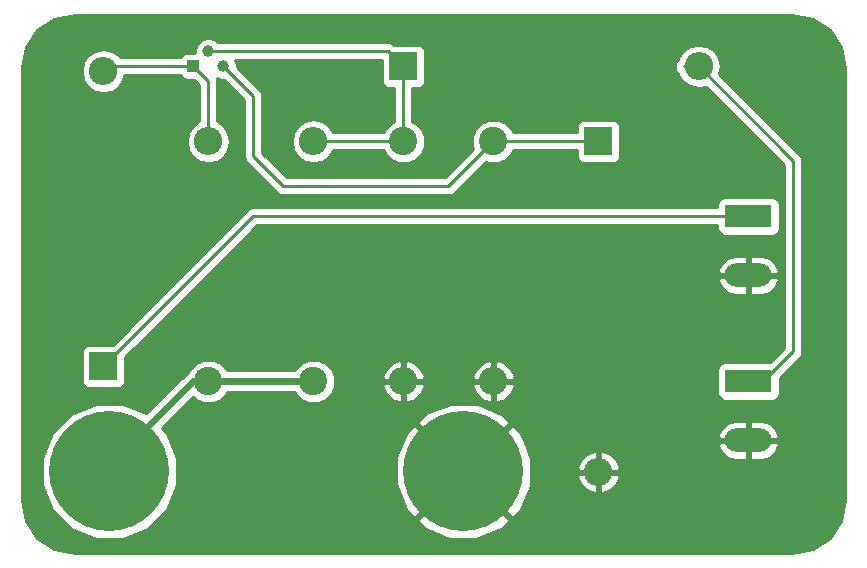
<source format=gbr>
G04 #@! TF.FileFunction,Copper,L1,Top,Signal*
%FSLAX46Y46*%
G04 Gerber Fmt 4.6, Leading zero omitted, Abs format (unit mm)*
G04 Created by KiCad (PCBNEW 4.0.7) date 05/08/18 10:32:52*
%MOMM*%
%LPD*%
G01*
G04 APERTURE LIST*
%ADD10C,0.100000*%
%ADD11R,2.400000X2.400000*%
%ADD12O,2.400000X2.400000*%
%ADD13R,3.960000X1.980000*%
%ADD14O,3.960000X1.980000*%
%ADD15C,1.000000*%
%ADD16R,1.000000X1.000000*%
%ADD17C,2.400000*%
%ADD18C,10.160000*%
%ADD19C,0.250000*%
%ADD20C,0.600000*%
%ADD21C,0.254000*%
G04 APERTURE END LIST*
D10*
D11*
X116840000Y-85090000D03*
D12*
X141840000Y-85090000D03*
D11*
X133350000Y-91440000D03*
D12*
X133350000Y-119440000D03*
D11*
X91440000Y-110490000D03*
D12*
X91440000Y-85490000D03*
D13*
X146050000Y-111760000D03*
D14*
X146050000Y-116760000D03*
D13*
X146050000Y-97790000D03*
D14*
X146050000Y-102790000D03*
D15*
X100330000Y-83820000D03*
X101600000Y-85090000D03*
D16*
X99060000Y-85090000D03*
D17*
X109220000Y-111760000D03*
D12*
X109220000Y-91440000D03*
D17*
X124460000Y-91440000D03*
D12*
X124460000Y-111760000D03*
D17*
X116840000Y-91440000D03*
D12*
X116840000Y-111760000D03*
D17*
X100330000Y-111760000D03*
D12*
X100330000Y-91440000D03*
D18*
X91950000Y-119380000D03*
X121920000Y-119380000D03*
D19*
X116840000Y-85090000D02*
X116840000Y-91440000D01*
X100330000Y-83820000D02*
X115570000Y-83820000D01*
X115570000Y-83820000D02*
X116840000Y-85090000D01*
X109220000Y-91440000D02*
X116840000Y-91440000D01*
X146050000Y-111760000D02*
X147320000Y-111760000D01*
X147320000Y-111760000D02*
X149860000Y-109220000D01*
X149860000Y-109220000D02*
X149860000Y-93110000D01*
X149860000Y-93110000D02*
X141840000Y-85090000D01*
X140570000Y-85090000D02*
X142240000Y-85090000D01*
X124460000Y-91440000D02*
X133350000Y-91440000D01*
X101600000Y-85090000D02*
X104140000Y-87630000D01*
X104140000Y-87630000D02*
X104140000Y-92710000D01*
X104140000Y-92710000D02*
X106680000Y-95250000D01*
X106680000Y-95250000D02*
X120650000Y-95250000D01*
X120650000Y-95250000D02*
X124460000Y-91440000D01*
X146050000Y-97790000D02*
X104140000Y-97790000D01*
X104140000Y-97790000D02*
X91440000Y-110490000D01*
X100330000Y-91440000D02*
X100330000Y-86360000D01*
X100330000Y-86360000D02*
X99060000Y-85090000D01*
X99060000Y-85090000D02*
X91840000Y-85090000D01*
X91840000Y-85090000D02*
X91440000Y-85490000D01*
D20*
X100330000Y-111760000D02*
X109220000Y-111760000D01*
X91440000Y-119380000D02*
X99060000Y-111760000D01*
X99060000Y-111760000D02*
X100330000Y-111760000D01*
D21*
G36*
X149716609Y-80730877D02*
X151517249Y-81089047D01*
X152922197Y-82027804D01*
X153860953Y-83432751D01*
X154219123Y-85233392D01*
X154230000Y-85259651D01*
X154230000Y-121750349D01*
X154219123Y-121776608D01*
X153860953Y-123577249D01*
X152922197Y-124982196D01*
X151517249Y-125920953D01*
X149716609Y-126279123D01*
X149690350Y-126290000D01*
X89069651Y-126290000D01*
X89043392Y-126279123D01*
X87242751Y-125920953D01*
X85837804Y-124982197D01*
X84899047Y-123577249D01*
X84555000Y-121847610D01*
X84555000Y-120511796D01*
X86234011Y-120511796D01*
X87102234Y-122613058D01*
X88708486Y-124222116D01*
X90808229Y-125094005D01*
X93081796Y-125095989D01*
X95183058Y-124227766D01*
X95935307Y-123476828D01*
X118002777Y-123476828D01*
X118598556Y-124167641D01*
X120683537Y-125074265D01*
X122956758Y-125113989D01*
X125072142Y-124280765D01*
X125241444Y-124167641D01*
X125837223Y-123476828D01*
X121920000Y-119559605D01*
X118002777Y-123476828D01*
X95935307Y-123476828D01*
X96792116Y-122621514D01*
X97664005Y-120521771D01*
X97664096Y-120416758D01*
X116186011Y-120416758D01*
X117019235Y-122532142D01*
X117132359Y-122701444D01*
X117823172Y-123297223D01*
X121740395Y-119380000D01*
X122099605Y-119380000D01*
X126016828Y-123297223D01*
X126707641Y-122701444D01*
X127614265Y-120616463D01*
X127627627Y-119851807D01*
X131561797Y-119851807D01*
X131855508Y-120504776D01*
X132376742Y-120995642D01*
X132938195Y-121228195D01*
X133223000Y-121111432D01*
X133223000Y-119567000D01*
X133477000Y-119567000D01*
X133477000Y-121111432D01*
X133761805Y-121228195D01*
X134323258Y-120995642D01*
X134844492Y-120504776D01*
X135138203Y-119851807D01*
X135021858Y-119567000D01*
X133477000Y-119567000D01*
X133223000Y-119567000D01*
X131678142Y-119567000D01*
X131561797Y-119851807D01*
X127627627Y-119851807D01*
X127642019Y-119028193D01*
X131561797Y-119028193D01*
X131678142Y-119313000D01*
X133223000Y-119313000D01*
X133223000Y-117768568D01*
X133477000Y-117768568D01*
X133477000Y-119313000D01*
X135021858Y-119313000D01*
X135138203Y-119028193D01*
X134844492Y-118375224D01*
X134323258Y-117884358D01*
X133761805Y-117651805D01*
X133477000Y-117768568D01*
X133223000Y-117768568D01*
X132938195Y-117651805D01*
X132376742Y-117884358D01*
X131855508Y-118375224D01*
X131561797Y-119028193D01*
X127642019Y-119028193D01*
X127653989Y-118343242D01*
X127179600Y-117138865D01*
X143479782Y-117138865D01*
X143510095Y-117264528D01*
X143821149Y-117819246D01*
X144320807Y-118212703D01*
X144933000Y-118385000D01*
X145923000Y-118385000D01*
X145923000Y-116887000D01*
X146177000Y-116887000D01*
X146177000Y-118385000D01*
X147167000Y-118385000D01*
X147779193Y-118212703D01*
X148278851Y-117819246D01*
X148589905Y-117264528D01*
X148620218Y-117138865D01*
X148500740Y-116887000D01*
X146177000Y-116887000D01*
X145923000Y-116887000D01*
X143599260Y-116887000D01*
X143479782Y-117138865D01*
X127179600Y-117138865D01*
X126881140Y-116381135D01*
X143479782Y-116381135D01*
X143599260Y-116633000D01*
X145923000Y-116633000D01*
X145923000Y-115135000D01*
X146177000Y-115135000D01*
X146177000Y-116633000D01*
X148500740Y-116633000D01*
X148620218Y-116381135D01*
X148589905Y-116255472D01*
X148278851Y-115700754D01*
X147779193Y-115307297D01*
X147167000Y-115135000D01*
X146177000Y-115135000D01*
X145923000Y-115135000D01*
X144933000Y-115135000D01*
X144320807Y-115307297D01*
X143821149Y-115700754D01*
X143510095Y-116255472D01*
X143479782Y-116381135D01*
X126881140Y-116381135D01*
X126820765Y-116227858D01*
X126707641Y-116058556D01*
X126016828Y-115462777D01*
X122099605Y-119380000D01*
X121740395Y-119380000D01*
X117823172Y-115462777D01*
X117132359Y-116058556D01*
X116225735Y-118143537D01*
X116186011Y-120416758D01*
X97664096Y-120416758D01*
X97665989Y-118248204D01*
X96797766Y-116146942D01*
X96396907Y-115745383D01*
X96859118Y-115283172D01*
X118002777Y-115283172D01*
X121920000Y-119200395D01*
X125837223Y-115283172D01*
X125241444Y-114592359D01*
X123156463Y-113685735D01*
X120883242Y-113646011D01*
X118767858Y-114479235D01*
X118598556Y-114592359D01*
X118002777Y-115283172D01*
X96859118Y-115283172D01*
X99058581Y-113083709D01*
X99289199Y-113314730D01*
X99963395Y-113594681D01*
X100693403Y-113595318D01*
X101368086Y-113316545D01*
X101884730Y-112800801D01*
X101928662Y-112695000D01*
X107620861Y-112695000D01*
X107663455Y-112798086D01*
X108179199Y-113314730D01*
X108853395Y-113594681D01*
X109583403Y-113595318D01*
X110258086Y-113316545D01*
X110774730Y-112800801D01*
X111035911Y-112171807D01*
X115051797Y-112171807D01*
X115345508Y-112824776D01*
X115866742Y-113315642D01*
X116428195Y-113548195D01*
X116713000Y-113431432D01*
X116713000Y-111887000D01*
X116967000Y-111887000D01*
X116967000Y-113431432D01*
X117251805Y-113548195D01*
X117813258Y-113315642D01*
X118334492Y-112824776D01*
X118628203Y-112171807D01*
X122671797Y-112171807D01*
X122965508Y-112824776D01*
X123486742Y-113315642D01*
X124048195Y-113548195D01*
X124333000Y-113431432D01*
X124333000Y-111887000D01*
X124587000Y-111887000D01*
X124587000Y-113431432D01*
X124871805Y-113548195D01*
X125433258Y-113315642D01*
X125954492Y-112824776D01*
X126248203Y-112171807D01*
X126131858Y-111887000D01*
X124587000Y-111887000D01*
X124333000Y-111887000D01*
X122788142Y-111887000D01*
X122671797Y-112171807D01*
X118628203Y-112171807D01*
X118511858Y-111887000D01*
X116967000Y-111887000D01*
X116713000Y-111887000D01*
X115168142Y-111887000D01*
X115051797Y-112171807D01*
X111035911Y-112171807D01*
X111054681Y-112126605D01*
X111055318Y-111396597D01*
X111035318Y-111348193D01*
X115051797Y-111348193D01*
X115168142Y-111633000D01*
X116713000Y-111633000D01*
X116713000Y-110088568D01*
X116967000Y-110088568D01*
X116967000Y-111633000D01*
X118511858Y-111633000D01*
X118628203Y-111348193D01*
X122671797Y-111348193D01*
X122788142Y-111633000D01*
X124333000Y-111633000D01*
X124333000Y-110088568D01*
X124587000Y-110088568D01*
X124587000Y-111633000D01*
X126131858Y-111633000D01*
X126248203Y-111348193D01*
X125954492Y-110695224D01*
X125433258Y-110204358D01*
X124871805Y-109971805D01*
X124587000Y-110088568D01*
X124333000Y-110088568D01*
X124048195Y-109971805D01*
X123486742Y-110204358D01*
X122965508Y-110695224D01*
X122671797Y-111348193D01*
X118628203Y-111348193D01*
X118334492Y-110695224D01*
X117813258Y-110204358D01*
X117251805Y-109971805D01*
X116967000Y-110088568D01*
X116713000Y-110088568D01*
X116428195Y-109971805D01*
X115866742Y-110204358D01*
X115345508Y-110695224D01*
X115051797Y-111348193D01*
X111035318Y-111348193D01*
X110776545Y-110721914D01*
X110260801Y-110205270D01*
X109586605Y-109925319D01*
X108856597Y-109924682D01*
X108181914Y-110203455D01*
X107665270Y-110719199D01*
X107621338Y-110825000D01*
X101929139Y-110825000D01*
X101886545Y-110721914D01*
X101370801Y-110205270D01*
X100696605Y-109925319D01*
X99966597Y-109924682D01*
X99291914Y-110203455D01*
X98775270Y-110719199D01*
X98701628Y-110896549D01*
X98398855Y-111098855D01*
X95027804Y-114469906D01*
X93091771Y-113665995D01*
X90818204Y-113664011D01*
X88716942Y-114532234D01*
X87107884Y-116138486D01*
X86235995Y-118238229D01*
X86234011Y-120511796D01*
X84555000Y-120511796D01*
X84555000Y-109290000D01*
X89592560Y-109290000D01*
X89592560Y-111690000D01*
X89636838Y-111925317D01*
X89775910Y-112141441D01*
X89988110Y-112286431D01*
X90240000Y-112337440D01*
X92640000Y-112337440D01*
X92875317Y-112293162D01*
X93091441Y-112154090D01*
X93236431Y-111941890D01*
X93287440Y-111690000D01*
X93287440Y-109717362D01*
X99835937Y-103168865D01*
X143479782Y-103168865D01*
X143510095Y-103294528D01*
X143821149Y-103849246D01*
X144320807Y-104242703D01*
X144933000Y-104415000D01*
X145923000Y-104415000D01*
X145923000Y-102917000D01*
X146177000Y-102917000D01*
X146177000Y-104415000D01*
X147167000Y-104415000D01*
X147779193Y-104242703D01*
X148278851Y-103849246D01*
X148589905Y-103294528D01*
X148620218Y-103168865D01*
X148500740Y-102917000D01*
X146177000Y-102917000D01*
X145923000Y-102917000D01*
X143599260Y-102917000D01*
X143479782Y-103168865D01*
X99835937Y-103168865D01*
X100593667Y-102411135D01*
X143479782Y-102411135D01*
X143599260Y-102663000D01*
X145923000Y-102663000D01*
X145923000Y-101165000D01*
X146177000Y-101165000D01*
X146177000Y-102663000D01*
X148500740Y-102663000D01*
X148620218Y-102411135D01*
X148589905Y-102285472D01*
X148278851Y-101730754D01*
X147779193Y-101337297D01*
X147167000Y-101165000D01*
X146177000Y-101165000D01*
X145923000Y-101165000D01*
X144933000Y-101165000D01*
X144320807Y-101337297D01*
X143821149Y-101730754D01*
X143510095Y-102285472D01*
X143479782Y-102411135D01*
X100593667Y-102411135D01*
X104454802Y-98550000D01*
X143422560Y-98550000D01*
X143422560Y-98780000D01*
X143466838Y-99015317D01*
X143605910Y-99231441D01*
X143818110Y-99376431D01*
X144070000Y-99427440D01*
X148030000Y-99427440D01*
X148265317Y-99383162D01*
X148481441Y-99244090D01*
X148626431Y-99031890D01*
X148677440Y-98780000D01*
X148677440Y-96800000D01*
X148633162Y-96564683D01*
X148494090Y-96348559D01*
X148281890Y-96203569D01*
X148030000Y-96152560D01*
X144070000Y-96152560D01*
X143834683Y-96196838D01*
X143618559Y-96335910D01*
X143473569Y-96548110D01*
X143422560Y-96800000D01*
X143422560Y-97030000D01*
X104140000Y-97030000D01*
X103849160Y-97087852D01*
X103602599Y-97252599D01*
X92212638Y-108642560D01*
X90240000Y-108642560D01*
X90004683Y-108686838D01*
X89788559Y-108825910D01*
X89643569Y-109038110D01*
X89592560Y-109290000D01*
X84555000Y-109290000D01*
X84555000Y-85454050D01*
X89605000Y-85454050D01*
X89605000Y-85525950D01*
X89744681Y-86228174D01*
X90142459Y-86823491D01*
X90737776Y-87221269D01*
X91440000Y-87360950D01*
X92142224Y-87221269D01*
X92737541Y-86823491D01*
X93135319Y-86228174D01*
X93210542Y-85850000D01*
X97972721Y-85850000D01*
X98095910Y-86041441D01*
X98308110Y-86186431D01*
X98560000Y-86237440D01*
X99132638Y-86237440D01*
X99570000Y-86674802D01*
X99570000Y-89747336D01*
X99032459Y-90106509D01*
X98634681Y-90701826D01*
X98495000Y-91404050D01*
X98495000Y-91475950D01*
X98634681Y-92178174D01*
X99032459Y-92773491D01*
X99627776Y-93171269D01*
X100330000Y-93310950D01*
X101032224Y-93171269D01*
X101627541Y-92773491D01*
X102025319Y-92178174D01*
X102165000Y-91475950D01*
X102165000Y-91404050D01*
X102025319Y-90701826D01*
X101627541Y-90106509D01*
X101090000Y-89747336D01*
X101090000Y-86360000D01*
X101076076Y-86290000D01*
X101035185Y-86084428D01*
X101373244Y-86224803D01*
X101660251Y-86225053D01*
X103380000Y-87944802D01*
X103380000Y-92710000D01*
X103437852Y-93000839D01*
X103602599Y-93247401D01*
X106142599Y-95787401D01*
X106389160Y-95952148D01*
X106437414Y-95961746D01*
X106680000Y-96010000D01*
X120650000Y-96010000D01*
X120940839Y-95952148D01*
X121187401Y-95787401D01*
X123815509Y-93159293D01*
X124093395Y-93274681D01*
X124823403Y-93275318D01*
X125498086Y-92996545D01*
X126014730Y-92480801D01*
X126131329Y-92200000D01*
X131502560Y-92200000D01*
X131502560Y-92640000D01*
X131546838Y-92875317D01*
X131685910Y-93091441D01*
X131898110Y-93236431D01*
X132150000Y-93287440D01*
X134550000Y-93287440D01*
X134785317Y-93243162D01*
X135001441Y-93104090D01*
X135146431Y-92891890D01*
X135197440Y-92640000D01*
X135197440Y-90240000D01*
X135153162Y-90004683D01*
X135014090Y-89788559D01*
X134801890Y-89643569D01*
X134550000Y-89592560D01*
X132150000Y-89592560D01*
X131914683Y-89636838D01*
X131698559Y-89775910D01*
X131553569Y-89988110D01*
X131502560Y-90240000D01*
X131502560Y-90680000D01*
X126131448Y-90680000D01*
X126016545Y-90401914D01*
X125500801Y-89885270D01*
X124826605Y-89605319D01*
X124096597Y-89604682D01*
X123421914Y-89883455D01*
X122905270Y-90399199D01*
X122625319Y-91073395D01*
X122624682Y-91803403D01*
X122740791Y-92084407D01*
X120335198Y-94490000D01*
X106994802Y-94490000D01*
X104900000Y-92395198D01*
X104900000Y-87630000D01*
X104842148Y-87339161D01*
X104842148Y-87339160D01*
X104677401Y-87092599D01*
X102734948Y-85150146D01*
X102735197Y-84865225D01*
X102617344Y-84580000D01*
X114992560Y-84580000D01*
X114992560Y-86290000D01*
X115036838Y-86525317D01*
X115175910Y-86741441D01*
X115388110Y-86886431D01*
X115640000Y-86937440D01*
X116080000Y-86937440D01*
X116080000Y-89768552D01*
X115801914Y-89883455D01*
X115285270Y-90399199D01*
X115168671Y-90680000D01*
X110900735Y-90680000D01*
X110517541Y-90106509D01*
X109922224Y-89708731D01*
X109220000Y-89569050D01*
X108517776Y-89708731D01*
X107922459Y-90106509D01*
X107524681Y-90701826D01*
X107385000Y-91404050D01*
X107385000Y-91475950D01*
X107524681Y-92178174D01*
X107922459Y-92773491D01*
X108517776Y-93171269D01*
X109220000Y-93310950D01*
X109922224Y-93171269D01*
X110517541Y-92773491D01*
X110900735Y-92200000D01*
X115168552Y-92200000D01*
X115283455Y-92478086D01*
X115799199Y-92994730D01*
X116473395Y-93274681D01*
X117203403Y-93275318D01*
X117878086Y-92996545D01*
X118394730Y-92480801D01*
X118674681Y-91806605D01*
X118675318Y-91076597D01*
X118396545Y-90401914D01*
X117880801Y-89885270D01*
X117600000Y-89768671D01*
X117600000Y-86937440D01*
X118040000Y-86937440D01*
X118275317Y-86893162D01*
X118491441Y-86754090D01*
X118636431Y-86541890D01*
X118687440Y-86290000D01*
X118687440Y-85090000D01*
X139810000Y-85090000D01*
X139867852Y-85380839D01*
X140032599Y-85627401D01*
X140082590Y-85660804D01*
X140108731Y-85792224D01*
X140506509Y-86387541D01*
X141101826Y-86785319D01*
X141804050Y-86925000D01*
X141875950Y-86925000D01*
X142480038Y-86804840D01*
X149100000Y-93424802D01*
X149100000Y-108905198D01*
X147882638Y-110122560D01*
X144070000Y-110122560D01*
X143834683Y-110166838D01*
X143618559Y-110305910D01*
X143473569Y-110518110D01*
X143422560Y-110770000D01*
X143422560Y-112750000D01*
X143466838Y-112985317D01*
X143605910Y-113201441D01*
X143818110Y-113346431D01*
X144070000Y-113397440D01*
X148030000Y-113397440D01*
X148265317Y-113353162D01*
X148481441Y-113214090D01*
X148626431Y-113001890D01*
X148677440Y-112750000D01*
X148677440Y-111477362D01*
X150397401Y-109757401D01*
X150562148Y-109510840D01*
X150571746Y-109462586D01*
X150620000Y-109220000D01*
X150620000Y-93110000D01*
X150562148Y-92819161D01*
X150397401Y-92572599D01*
X143578861Y-85754059D01*
X143710950Y-85090000D01*
X143571269Y-84387776D01*
X143173491Y-83792459D01*
X142578174Y-83394681D01*
X141875950Y-83255000D01*
X141804050Y-83255000D01*
X141101826Y-83394681D01*
X140506509Y-83792459D01*
X140108731Y-84387776D01*
X140082590Y-84519196D01*
X140032599Y-84552599D01*
X139867852Y-84799161D01*
X139810000Y-85090000D01*
X118687440Y-85090000D01*
X118687440Y-83890000D01*
X118643162Y-83654683D01*
X118504090Y-83438559D01*
X118291890Y-83293569D01*
X118040000Y-83242560D01*
X116047478Y-83242560D01*
X115860839Y-83117852D01*
X115570000Y-83060000D01*
X101175059Y-83060000D01*
X100973765Y-82858355D01*
X100556756Y-82685197D01*
X100105225Y-82684803D01*
X99687914Y-82857233D01*
X99368355Y-83176235D01*
X99195197Y-83593244D01*
X99194892Y-83942560D01*
X98560000Y-83942560D01*
X98324683Y-83986838D01*
X98108559Y-84125910D01*
X97969110Y-84330000D01*
X92853464Y-84330000D01*
X92737541Y-84156509D01*
X92142224Y-83758731D01*
X91440000Y-83619050D01*
X90737776Y-83758731D01*
X90142459Y-84156509D01*
X89744681Y-84751826D01*
X89605000Y-85454050D01*
X84555000Y-85454050D01*
X84555000Y-85162390D01*
X84899047Y-83432751D01*
X85837804Y-82027803D01*
X87243027Y-81088862D01*
X89035154Y-80730760D01*
X89061067Y-80720000D01*
X149690350Y-80720000D01*
X149716609Y-80730877D01*
X149716609Y-80730877D01*
G37*
X149716609Y-80730877D02*
X151517249Y-81089047D01*
X152922197Y-82027804D01*
X153860953Y-83432751D01*
X154219123Y-85233392D01*
X154230000Y-85259651D01*
X154230000Y-121750349D01*
X154219123Y-121776608D01*
X153860953Y-123577249D01*
X152922197Y-124982196D01*
X151517249Y-125920953D01*
X149716609Y-126279123D01*
X149690350Y-126290000D01*
X89069651Y-126290000D01*
X89043392Y-126279123D01*
X87242751Y-125920953D01*
X85837804Y-124982197D01*
X84899047Y-123577249D01*
X84555000Y-121847610D01*
X84555000Y-120511796D01*
X86234011Y-120511796D01*
X87102234Y-122613058D01*
X88708486Y-124222116D01*
X90808229Y-125094005D01*
X93081796Y-125095989D01*
X95183058Y-124227766D01*
X95935307Y-123476828D01*
X118002777Y-123476828D01*
X118598556Y-124167641D01*
X120683537Y-125074265D01*
X122956758Y-125113989D01*
X125072142Y-124280765D01*
X125241444Y-124167641D01*
X125837223Y-123476828D01*
X121920000Y-119559605D01*
X118002777Y-123476828D01*
X95935307Y-123476828D01*
X96792116Y-122621514D01*
X97664005Y-120521771D01*
X97664096Y-120416758D01*
X116186011Y-120416758D01*
X117019235Y-122532142D01*
X117132359Y-122701444D01*
X117823172Y-123297223D01*
X121740395Y-119380000D01*
X122099605Y-119380000D01*
X126016828Y-123297223D01*
X126707641Y-122701444D01*
X127614265Y-120616463D01*
X127627627Y-119851807D01*
X131561797Y-119851807D01*
X131855508Y-120504776D01*
X132376742Y-120995642D01*
X132938195Y-121228195D01*
X133223000Y-121111432D01*
X133223000Y-119567000D01*
X133477000Y-119567000D01*
X133477000Y-121111432D01*
X133761805Y-121228195D01*
X134323258Y-120995642D01*
X134844492Y-120504776D01*
X135138203Y-119851807D01*
X135021858Y-119567000D01*
X133477000Y-119567000D01*
X133223000Y-119567000D01*
X131678142Y-119567000D01*
X131561797Y-119851807D01*
X127627627Y-119851807D01*
X127642019Y-119028193D01*
X131561797Y-119028193D01*
X131678142Y-119313000D01*
X133223000Y-119313000D01*
X133223000Y-117768568D01*
X133477000Y-117768568D01*
X133477000Y-119313000D01*
X135021858Y-119313000D01*
X135138203Y-119028193D01*
X134844492Y-118375224D01*
X134323258Y-117884358D01*
X133761805Y-117651805D01*
X133477000Y-117768568D01*
X133223000Y-117768568D01*
X132938195Y-117651805D01*
X132376742Y-117884358D01*
X131855508Y-118375224D01*
X131561797Y-119028193D01*
X127642019Y-119028193D01*
X127653989Y-118343242D01*
X127179600Y-117138865D01*
X143479782Y-117138865D01*
X143510095Y-117264528D01*
X143821149Y-117819246D01*
X144320807Y-118212703D01*
X144933000Y-118385000D01*
X145923000Y-118385000D01*
X145923000Y-116887000D01*
X146177000Y-116887000D01*
X146177000Y-118385000D01*
X147167000Y-118385000D01*
X147779193Y-118212703D01*
X148278851Y-117819246D01*
X148589905Y-117264528D01*
X148620218Y-117138865D01*
X148500740Y-116887000D01*
X146177000Y-116887000D01*
X145923000Y-116887000D01*
X143599260Y-116887000D01*
X143479782Y-117138865D01*
X127179600Y-117138865D01*
X126881140Y-116381135D01*
X143479782Y-116381135D01*
X143599260Y-116633000D01*
X145923000Y-116633000D01*
X145923000Y-115135000D01*
X146177000Y-115135000D01*
X146177000Y-116633000D01*
X148500740Y-116633000D01*
X148620218Y-116381135D01*
X148589905Y-116255472D01*
X148278851Y-115700754D01*
X147779193Y-115307297D01*
X147167000Y-115135000D01*
X146177000Y-115135000D01*
X145923000Y-115135000D01*
X144933000Y-115135000D01*
X144320807Y-115307297D01*
X143821149Y-115700754D01*
X143510095Y-116255472D01*
X143479782Y-116381135D01*
X126881140Y-116381135D01*
X126820765Y-116227858D01*
X126707641Y-116058556D01*
X126016828Y-115462777D01*
X122099605Y-119380000D01*
X121740395Y-119380000D01*
X117823172Y-115462777D01*
X117132359Y-116058556D01*
X116225735Y-118143537D01*
X116186011Y-120416758D01*
X97664096Y-120416758D01*
X97665989Y-118248204D01*
X96797766Y-116146942D01*
X96396907Y-115745383D01*
X96859118Y-115283172D01*
X118002777Y-115283172D01*
X121920000Y-119200395D01*
X125837223Y-115283172D01*
X125241444Y-114592359D01*
X123156463Y-113685735D01*
X120883242Y-113646011D01*
X118767858Y-114479235D01*
X118598556Y-114592359D01*
X118002777Y-115283172D01*
X96859118Y-115283172D01*
X99058581Y-113083709D01*
X99289199Y-113314730D01*
X99963395Y-113594681D01*
X100693403Y-113595318D01*
X101368086Y-113316545D01*
X101884730Y-112800801D01*
X101928662Y-112695000D01*
X107620861Y-112695000D01*
X107663455Y-112798086D01*
X108179199Y-113314730D01*
X108853395Y-113594681D01*
X109583403Y-113595318D01*
X110258086Y-113316545D01*
X110774730Y-112800801D01*
X111035911Y-112171807D01*
X115051797Y-112171807D01*
X115345508Y-112824776D01*
X115866742Y-113315642D01*
X116428195Y-113548195D01*
X116713000Y-113431432D01*
X116713000Y-111887000D01*
X116967000Y-111887000D01*
X116967000Y-113431432D01*
X117251805Y-113548195D01*
X117813258Y-113315642D01*
X118334492Y-112824776D01*
X118628203Y-112171807D01*
X122671797Y-112171807D01*
X122965508Y-112824776D01*
X123486742Y-113315642D01*
X124048195Y-113548195D01*
X124333000Y-113431432D01*
X124333000Y-111887000D01*
X124587000Y-111887000D01*
X124587000Y-113431432D01*
X124871805Y-113548195D01*
X125433258Y-113315642D01*
X125954492Y-112824776D01*
X126248203Y-112171807D01*
X126131858Y-111887000D01*
X124587000Y-111887000D01*
X124333000Y-111887000D01*
X122788142Y-111887000D01*
X122671797Y-112171807D01*
X118628203Y-112171807D01*
X118511858Y-111887000D01*
X116967000Y-111887000D01*
X116713000Y-111887000D01*
X115168142Y-111887000D01*
X115051797Y-112171807D01*
X111035911Y-112171807D01*
X111054681Y-112126605D01*
X111055318Y-111396597D01*
X111035318Y-111348193D01*
X115051797Y-111348193D01*
X115168142Y-111633000D01*
X116713000Y-111633000D01*
X116713000Y-110088568D01*
X116967000Y-110088568D01*
X116967000Y-111633000D01*
X118511858Y-111633000D01*
X118628203Y-111348193D01*
X122671797Y-111348193D01*
X122788142Y-111633000D01*
X124333000Y-111633000D01*
X124333000Y-110088568D01*
X124587000Y-110088568D01*
X124587000Y-111633000D01*
X126131858Y-111633000D01*
X126248203Y-111348193D01*
X125954492Y-110695224D01*
X125433258Y-110204358D01*
X124871805Y-109971805D01*
X124587000Y-110088568D01*
X124333000Y-110088568D01*
X124048195Y-109971805D01*
X123486742Y-110204358D01*
X122965508Y-110695224D01*
X122671797Y-111348193D01*
X118628203Y-111348193D01*
X118334492Y-110695224D01*
X117813258Y-110204358D01*
X117251805Y-109971805D01*
X116967000Y-110088568D01*
X116713000Y-110088568D01*
X116428195Y-109971805D01*
X115866742Y-110204358D01*
X115345508Y-110695224D01*
X115051797Y-111348193D01*
X111035318Y-111348193D01*
X110776545Y-110721914D01*
X110260801Y-110205270D01*
X109586605Y-109925319D01*
X108856597Y-109924682D01*
X108181914Y-110203455D01*
X107665270Y-110719199D01*
X107621338Y-110825000D01*
X101929139Y-110825000D01*
X101886545Y-110721914D01*
X101370801Y-110205270D01*
X100696605Y-109925319D01*
X99966597Y-109924682D01*
X99291914Y-110203455D01*
X98775270Y-110719199D01*
X98701628Y-110896549D01*
X98398855Y-111098855D01*
X95027804Y-114469906D01*
X93091771Y-113665995D01*
X90818204Y-113664011D01*
X88716942Y-114532234D01*
X87107884Y-116138486D01*
X86235995Y-118238229D01*
X86234011Y-120511796D01*
X84555000Y-120511796D01*
X84555000Y-109290000D01*
X89592560Y-109290000D01*
X89592560Y-111690000D01*
X89636838Y-111925317D01*
X89775910Y-112141441D01*
X89988110Y-112286431D01*
X90240000Y-112337440D01*
X92640000Y-112337440D01*
X92875317Y-112293162D01*
X93091441Y-112154090D01*
X93236431Y-111941890D01*
X93287440Y-111690000D01*
X93287440Y-109717362D01*
X99835937Y-103168865D01*
X143479782Y-103168865D01*
X143510095Y-103294528D01*
X143821149Y-103849246D01*
X144320807Y-104242703D01*
X144933000Y-104415000D01*
X145923000Y-104415000D01*
X145923000Y-102917000D01*
X146177000Y-102917000D01*
X146177000Y-104415000D01*
X147167000Y-104415000D01*
X147779193Y-104242703D01*
X148278851Y-103849246D01*
X148589905Y-103294528D01*
X148620218Y-103168865D01*
X148500740Y-102917000D01*
X146177000Y-102917000D01*
X145923000Y-102917000D01*
X143599260Y-102917000D01*
X143479782Y-103168865D01*
X99835937Y-103168865D01*
X100593667Y-102411135D01*
X143479782Y-102411135D01*
X143599260Y-102663000D01*
X145923000Y-102663000D01*
X145923000Y-101165000D01*
X146177000Y-101165000D01*
X146177000Y-102663000D01*
X148500740Y-102663000D01*
X148620218Y-102411135D01*
X148589905Y-102285472D01*
X148278851Y-101730754D01*
X147779193Y-101337297D01*
X147167000Y-101165000D01*
X146177000Y-101165000D01*
X145923000Y-101165000D01*
X144933000Y-101165000D01*
X144320807Y-101337297D01*
X143821149Y-101730754D01*
X143510095Y-102285472D01*
X143479782Y-102411135D01*
X100593667Y-102411135D01*
X104454802Y-98550000D01*
X143422560Y-98550000D01*
X143422560Y-98780000D01*
X143466838Y-99015317D01*
X143605910Y-99231441D01*
X143818110Y-99376431D01*
X144070000Y-99427440D01*
X148030000Y-99427440D01*
X148265317Y-99383162D01*
X148481441Y-99244090D01*
X148626431Y-99031890D01*
X148677440Y-98780000D01*
X148677440Y-96800000D01*
X148633162Y-96564683D01*
X148494090Y-96348559D01*
X148281890Y-96203569D01*
X148030000Y-96152560D01*
X144070000Y-96152560D01*
X143834683Y-96196838D01*
X143618559Y-96335910D01*
X143473569Y-96548110D01*
X143422560Y-96800000D01*
X143422560Y-97030000D01*
X104140000Y-97030000D01*
X103849160Y-97087852D01*
X103602599Y-97252599D01*
X92212638Y-108642560D01*
X90240000Y-108642560D01*
X90004683Y-108686838D01*
X89788559Y-108825910D01*
X89643569Y-109038110D01*
X89592560Y-109290000D01*
X84555000Y-109290000D01*
X84555000Y-85454050D01*
X89605000Y-85454050D01*
X89605000Y-85525950D01*
X89744681Y-86228174D01*
X90142459Y-86823491D01*
X90737776Y-87221269D01*
X91440000Y-87360950D01*
X92142224Y-87221269D01*
X92737541Y-86823491D01*
X93135319Y-86228174D01*
X93210542Y-85850000D01*
X97972721Y-85850000D01*
X98095910Y-86041441D01*
X98308110Y-86186431D01*
X98560000Y-86237440D01*
X99132638Y-86237440D01*
X99570000Y-86674802D01*
X99570000Y-89747336D01*
X99032459Y-90106509D01*
X98634681Y-90701826D01*
X98495000Y-91404050D01*
X98495000Y-91475950D01*
X98634681Y-92178174D01*
X99032459Y-92773491D01*
X99627776Y-93171269D01*
X100330000Y-93310950D01*
X101032224Y-93171269D01*
X101627541Y-92773491D01*
X102025319Y-92178174D01*
X102165000Y-91475950D01*
X102165000Y-91404050D01*
X102025319Y-90701826D01*
X101627541Y-90106509D01*
X101090000Y-89747336D01*
X101090000Y-86360000D01*
X101076076Y-86290000D01*
X101035185Y-86084428D01*
X101373244Y-86224803D01*
X101660251Y-86225053D01*
X103380000Y-87944802D01*
X103380000Y-92710000D01*
X103437852Y-93000839D01*
X103602599Y-93247401D01*
X106142599Y-95787401D01*
X106389160Y-95952148D01*
X106437414Y-95961746D01*
X106680000Y-96010000D01*
X120650000Y-96010000D01*
X120940839Y-95952148D01*
X121187401Y-95787401D01*
X123815509Y-93159293D01*
X124093395Y-93274681D01*
X124823403Y-93275318D01*
X125498086Y-92996545D01*
X126014730Y-92480801D01*
X126131329Y-92200000D01*
X131502560Y-92200000D01*
X131502560Y-92640000D01*
X131546838Y-92875317D01*
X131685910Y-93091441D01*
X131898110Y-93236431D01*
X132150000Y-93287440D01*
X134550000Y-93287440D01*
X134785317Y-93243162D01*
X135001441Y-93104090D01*
X135146431Y-92891890D01*
X135197440Y-92640000D01*
X135197440Y-90240000D01*
X135153162Y-90004683D01*
X135014090Y-89788559D01*
X134801890Y-89643569D01*
X134550000Y-89592560D01*
X132150000Y-89592560D01*
X131914683Y-89636838D01*
X131698559Y-89775910D01*
X131553569Y-89988110D01*
X131502560Y-90240000D01*
X131502560Y-90680000D01*
X126131448Y-90680000D01*
X126016545Y-90401914D01*
X125500801Y-89885270D01*
X124826605Y-89605319D01*
X124096597Y-89604682D01*
X123421914Y-89883455D01*
X122905270Y-90399199D01*
X122625319Y-91073395D01*
X122624682Y-91803403D01*
X122740791Y-92084407D01*
X120335198Y-94490000D01*
X106994802Y-94490000D01*
X104900000Y-92395198D01*
X104900000Y-87630000D01*
X104842148Y-87339161D01*
X104842148Y-87339160D01*
X104677401Y-87092599D01*
X102734948Y-85150146D01*
X102735197Y-84865225D01*
X102617344Y-84580000D01*
X114992560Y-84580000D01*
X114992560Y-86290000D01*
X115036838Y-86525317D01*
X115175910Y-86741441D01*
X115388110Y-86886431D01*
X115640000Y-86937440D01*
X116080000Y-86937440D01*
X116080000Y-89768552D01*
X115801914Y-89883455D01*
X115285270Y-90399199D01*
X115168671Y-90680000D01*
X110900735Y-90680000D01*
X110517541Y-90106509D01*
X109922224Y-89708731D01*
X109220000Y-89569050D01*
X108517776Y-89708731D01*
X107922459Y-90106509D01*
X107524681Y-90701826D01*
X107385000Y-91404050D01*
X107385000Y-91475950D01*
X107524681Y-92178174D01*
X107922459Y-92773491D01*
X108517776Y-93171269D01*
X109220000Y-93310950D01*
X109922224Y-93171269D01*
X110517541Y-92773491D01*
X110900735Y-92200000D01*
X115168552Y-92200000D01*
X115283455Y-92478086D01*
X115799199Y-92994730D01*
X116473395Y-93274681D01*
X117203403Y-93275318D01*
X117878086Y-92996545D01*
X118394730Y-92480801D01*
X118674681Y-91806605D01*
X118675318Y-91076597D01*
X118396545Y-90401914D01*
X117880801Y-89885270D01*
X117600000Y-89768671D01*
X117600000Y-86937440D01*
X118040000Y-86937440D01*
X118275317Y-86893162D01*
X118491441Y-86754090D01*
X118636431Y-86541890D01*
X118687440Y-86290000D01*
X118687440Y-85090000D01*
X139810000Y-85090000D01*
X139867852Y-85380839D01*
X140032599Y-85627401D01*
X140082590Y-85660804D01*
X140108731Y-85792224D01*
X140506509Y-86387541D01*
X141101826Y-86785319D01*
X141804050Y-86925000D01*
X141875950Y-86925000D01*
X142480038Y-86804840D01*
X149100000Y-93424802D01*
X149100000Y-108905198D01*
X147882638Y-110122560D01*
X144070000Y-110122560D01*
X143834683Y-110166838D01*
X143618559Y-110305910D01*
X143473569Y-110518110D01*
X143422560Y-110770000D01*
X143422560Y-112750000D01*
X143466838Y-112985317D01*
X143605910Y-113201441D01*
X143818110Y-113346431D01*
X144070000Y-113397440D01*
X148030000Y-113397440D01*
X148265317Y-113353162D01*
X148481441Y-113214090D01*
X148626431Y-113001890D01*
X148677440Y-112750000D01*
X148677440Y-111477362D01*
X150397401Y-109757401D01*
X150562148Y-109510840D01*
X150571746Y-109462586D01*
X150620000Y-109220000D01*
X150620000Y-93110000D01*
X150562148Y-92819161D01*
X150397401Y-92572599D01*
X143578861Y-85754059D01*
X143710950Y-85090000D01*
X143571269Y-84387776D01*
X143173491Y-83792459D01*
X142578174Y-83394681D01*
X141875950Y-83255000D01*
X141804050Y-83255000D01*
X141101826Y-83394681D01*
X140506509Y-83792459D01*
X140108731Y-84387776D01*
X140082590Y-84519196D01*
X140032599Y-84552599D01*
X139867852Y-84799161D01*
X139810000Y-85090000D01*
X118687440Y-85090000D01*
X118687440Y-83890000D01*
X118643162Y-83654683D01*
X118504090Y-83438559D01*
X118291890Y-83293569D01*
X118040000Y-83242560D01*
X116047478Y-83242560D01*
X115860839Y-83117852D01*
X115570000Y-83060000D01*
X101175059Y-83060000D01*
X100973765Y-82858355D01*
X100556756Y-82685197D01*
X100105225Y-82684803D01*
X99687914Y-82857233D01*
X99368355Y-83176235D01*
X99195197Y-83593244D01*
X99194892Y-83942560D01*
X98560000Y-83942560D01*
X98324683Y-83986838D01*
X98108559Y-84125910D01*
X97969110Y-84330000D01*
X92853464Y-84330000D01*
X92737541Y-84156509D01*
X92142224Y-83758731D01*
X91440000Y-83619050D01*
X90737776Y-83758731D01*
X90142459Y-84156509D01*
X89744681Y-84751826D01*
X89605000Y-85454050D01*
X84555000Y-85454050D01*
X84555000Y-85162390D01*
X84899047Y-83432751D01*
X85837804Y-82027803D01*
X87243027Y-81088862D01*
X89035154Y-80730760D01*
X89061067Y-80720000D01*
X149690350Y-80720000D01*
X149716609Y-80730877D01*
M02*

</source>
